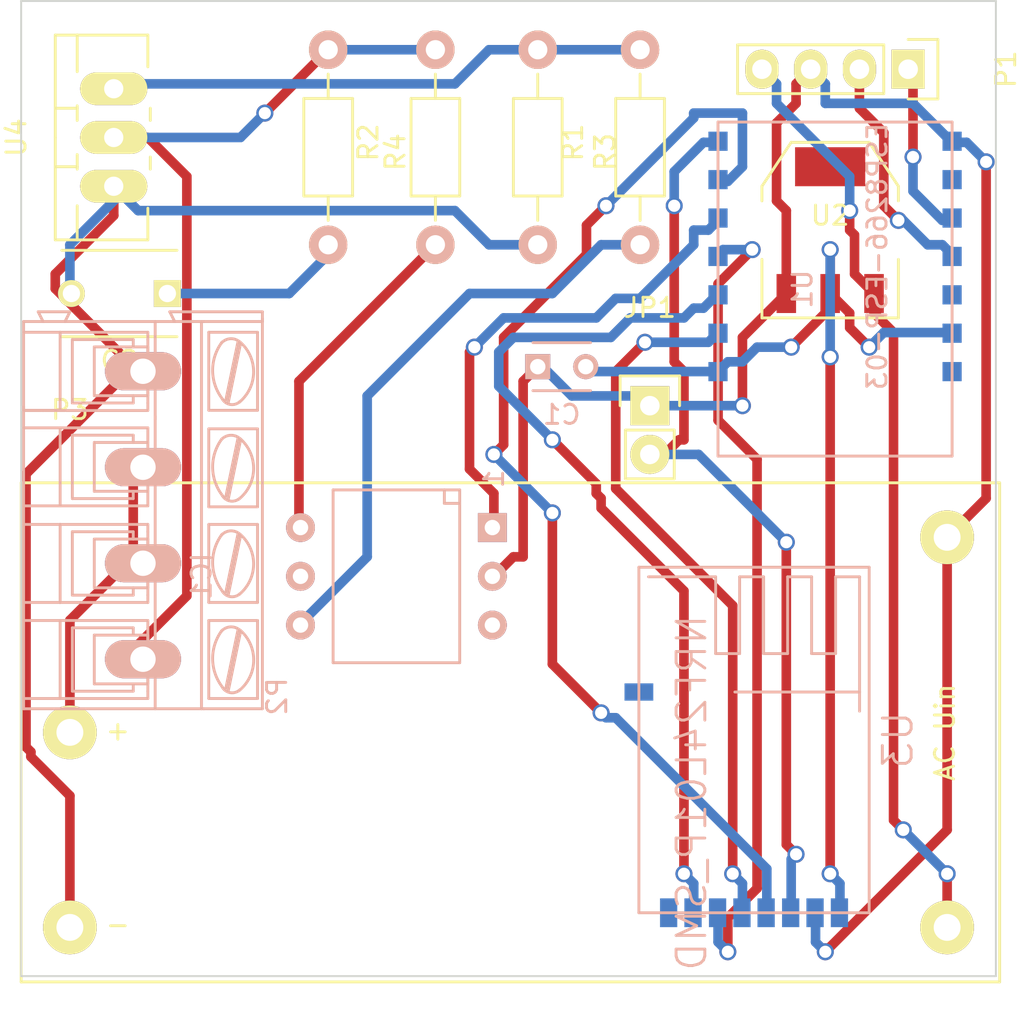
<source format=kicad_pcb>
(kicad_pcb (version 4) (host pcbnew "(2015-10-22 BZR 6274, Git d63c017)-product")

  (general
    (links 36)
    (no_connects 0)
    (area 160.02 116.84 215.9 172.72)
    (thickness 1.6)
    (drawings 5)
    (tracks 257)
    (zones 0)
    (modules 15)
    (nets 23)
  )

  (page A3)
  (layers
    (0 F.Cu mixed)
    (31 B.Cu mixed)
    (32 B.Adhes user)
    (33 F.Adhes user)
    (34 B.Paste user)
    (35 F.Paste user)
    (36 B.SilkS user)
    (37 F.SilkS user)
    (38 B.Mask user)
    (39 F.Mask user)
    (40 Dwgs.User user)
    (41 Cmts.User user)
    (42 Eco1.User user)
    (43 Eco2.User user)
    (44 Edge.Cuts user)
  )

  (setup
    (last_trace_width 0.5)
    (trace_clearance 0.5)
    (zone_clearance 0.508)
    (zone_45_only no)
    (trace_min 0.254)
    (segment_width 0.2)
    (edge_width 0.1)
    (via_size 0.889)
    (via_drill 0.635)
    (via_min_size 0.889)
    (via_min_drill 0.508)
    (uvia_size 0.508)
    (uvia_drill 0.127)
    (uvias_allowed no)
    (uvia_min_size 0.508)
    (uvia_min_drill 0.127)
    (pcb_text_width 0.3)
    (pcb_text_size 1.5 1.5)
    (mod_edge_width 0.15)
    (mod_text_size 1 1)
    (mod_text_width 0.15)
    (pad_size 1.5 1.5)
    (pad_drill 0.8)
    (pad_to_mask_clearance 0)
    (aux_axis_origin 163.83 168.91)
    (grid_origin 163.83 168.91)
    (visible_elements 7FFFFFFF)
    (pcbplotparams
      (layerselection 0x00030_80000001)
      (usegerberextensions true)
      (excludeedgelayer true)
      (linewidth 0.150000)
      (plotframeref false)
      (viasonmask false)
      (mode 1)
      (useauxorigin false)
      (hpglpennumber 1)
      (hpglpenspeed 20)
      (hpglpendiameter 15)
      (hpglpenoverlay 2)
      (psnegative false)
      (psa4output false)
      (plotreference true)
      (plotvalue true)
      (plotinvisibletext false)
      (padsonsilk false)
      (subtractmaskfromsilk false)
      (outputformat 1)
      (mirror false)
      (drillshape 0)
      (scaleselection 1)
      (outputdirectory GRB/))
  )

  (net 0 "")
  (net 1 GND)
  (net 2 "Net-(C1-Pad2)")
  (net 3 "Net-(C2-Pad1)")
  (net 4 "Net-(C2-Pad2)")
  (net 5 "Net-(IC1-Pad1)")
  (net 6 "Net-(IC1-Pad4)")
  (net 7 "Net-(IC1-Pad6)")
  (net 8 "Net-(JP1-Pad2)")
  (net 9 "Net-(P1-Pad1)")
  (net 10 "Net-(P1-Pad2)")
  (net 11 VCC)
  (net 12 "Net-(P2-Pad1)")
  (net 13 "Net-(P2-Pad2)")
  (net 14 "Net-(R1-Pad2)")
  (net 15 "Net-(U1-Pad13)")
  (net 16 "Net-(U1-Pad11)")
  (net 17 "Net-(U1-Pad10)")
  (net 18 "Net-(U1-Pad9)")
  (net 19 "Net-(U1-Pad5)")
  (net 20 "Net-(U1-Pad7)")
  (net 21 "Net-(U3-Pad8)")
  (net 22 "Net-(U3-Pad9)")

  (net_class Default "Это класс цепей по умолчанию."
    (clearance 0.5)
    (trace_width 0.5)
    (via_dia 0.889)
    (via_drill 0.635)
    (uvia_dia 0.508)
    (uvia_drill 0.127)
    (add_net GND)
    (add_net "Net-(C1-Pad2)")
    (add_net "Net-(C2-Pad1)")
    (add_net "Net-(C2-Pad2)")
    (add_net "Net-(IC1-Pad1)")
    (add_net "Net-(IC1-Pad4)")
    (add_net "Net-(IC1-Pad6)")
    (add_net "Net-(JP1-Pad2)")
    (add_net "Net-(P1-Pad1)")
    (add_net "Net-(P1-Pad2)")
    (add_net "Net-(P2-Pad1)")
    (add_net "Net-(P2-Pad2)")
    (add_net "Net-(R1-Pad2)")
    (add_net "Net-(U1-Pad10)")
    (add_net "Net-(U1-Pad11)")
    (add_net "Net-(U1-Pad13)")
    (add_net "Net-(U1-Pad5)")
    (add_net "Net-(U1-Pad7)")
    (add_net "Net-(U1-Pad9)")
    (add_net "Net-(U3-Pad8)")
    (add_net "Net-(U3-Pad9)")
    (add_net VCC)
  )

  (net_class Tolsto ""
    (clearance 0.5)
    (trace_width 1)
    (via_dia 0.889)
    (via_drill 0.635)
    (uvia_dia 0.508)
    (uvia_drill 0.127)
  )

  (net_class Tonko ""
    (clearance 0.26)
    (trace_width 0.26)
    (via_dia 0.889)
    (via_drill 0.635)
    (uvia_dia 0.508)
    (uvia_drill 0.127)
  )

  (module Capacitors_ThroughHole:C_Disc_D3_P2.5 placed (layer B.Cu) (tedit 0) (tstamp 562126BD)
    (at 190.754 137.16)
    (descr "Capacitor 3mm Disc, Pitch 2.5mm")
    (tags Capacitor)
    (path /561FAE0D)
    (fp_text reference C1 (at 1.25 2.5) (layer B.SilkS)
      (effects (font (size 1 1) (thickness 0.15)) (justify mirror))
    )
    (fp_text value 0.01 (at 1.25 -2.5) (layer B.Fab)
      (effects (font (size 1 1) (thickness 0.15)) (justify mirror))
    )
    (fp_line (start -0.9 1.5) (end 3.4 1.5) (layer B.CrtYd) (width 0.05))
    (fp_line (start 3.4 1.5) (end 3.4 -1.5) (layer B.CrtYd) (width 0.05))
    (fp_line (start 3.4 -1.5) (end -0.9 -1.5) (layer B.CrtYd) (width 0.05))
    (fp_line (start -0.9 -1.5) (end -0.9 1.5) (layer B.CrtYd) (width 0.05))
    (fp_line (start -0.25 1.25) (end 2.75 1.25) (layer B.SilkS) (width 0.15))
    (fp_line (start 2.75 -1.25) (end -0.25 -1.25) (layer B.SilkS) (width 0.15))
    (pad 1 thru_hole rect (at 0 0) (size 1.3 1.3) (drill 0.8) (layers *.Cu *.Mask B.SilkS)
      (net 1 GND))
    (pad 2 thru_hole circle (at 2.5 0) (size 1.3 1.3) (drill 0.8001) (layers *.Cu *.Mask B.SilkS)
      (net 2 "Net-(C1-Pad2)"))
    (model Capacitors_ThroughHole.3dshapes/C_Disc_D3_P2.5.wrl
      (at (xyz 0.0492126 0 0))
      (scale (xyz 1 1 1))
      (rotate (xyz 0 0 0))
    )
  )

  (module Capacitors_ThroughHole:C_Disc_D6_P5 placed (layer F.Cu) (tedit 0) (tstamp 562126C3)
    (at 171.45 133.35 180)
    (descr "Capacitor 6mm Disc, Pitch 5mm")
    (tags Capacitor)
    (path /561FB309)
    (fp_text reference C2 (at 2.5 -3.5 180) (layer F.SilkS)
      (effects (font (size 1 1) (thickness 0.15)))
    )
    (fp_text value 10n (at 2.5 3.5 180) (layer F.Fab)
      (effects (font (size 1 1) (thickness 0.15)))
    )
    (fp_line (start -0.95 -2.5) (end 5.95 -2.5) (layer F.CrtYd) (width 0.05))
    (fp_line (start 5.95 -2.5) (end 5.95 2.5) (layer F.CrtYd) (width 0.05))
    (fp_line (start 5.95 2.5) (end -0.95 2.5) (layer F.CrtYd) (width 0.05))
    (fp_line (start -0.95 2.5) (end -0.95 -2.5) (layer F.CrtYd) (width 0.05))
    (fp_line (start -0.5 -2.25) (end 5.5 -2.25) (layer F.SilkS) (width 0.15))
    (fp_line (start 5.5 2.25) (end -0.5 2.25) (layer F.SilkS) (width 0.15))
    (pad 1 thru_hole rect (at 0 0 180) (size 1.4 1.4) (drill 0.9) (layers *.Cu *.Mask F.SilkS)
      (net 3 "Net-(C2-Pad1)"))
    (pad 2 thru_hole circle (at 5 0 180) (size 1.4 1.4) (drill 0.9) (layers *.Cu *.Mask F.SilkS)
      (net 4 "Net-(C2-Pad2)"))
    (model Capacitors_ThroughHole.3dshapes/C_Disc_D6_P5.wrl
      (at (xyz 0.0984252 0 0))
      (scale (xyz 1 1 1))
      (rotate (xyz 0 0 0))
    )
  )

  (module Opto-Devices:Optocoupler_6pin_wide_Stile-II placed (layer B.Cu) (tedit 0) (tstamp 562126CD)
    (at 183.388 148.082 270)
    (descr "Optocoupler, 6pin,  wide (10mm pin, 8mm Pad), like CNY17")
    (tags "Optocoupler 6pin 10mm 8mm CNY17")
    (path /561FB3DC)
    (fp_text reference IC1 (at 0 10.16 270) (layer B.SilkS)
      (effects (font (size 1 1) (thickness 0.15)) (justify mirror))
    )
    (fp_text value MOC3061M (at 0 -10.16 270) (layer B.Fab)
      (effects (font (size 1 1) (thickness 0.15)) (justify mirror))
    )
    (fp_text user 1 (at -5.08 -5.08 270) (layer B.SilkS)
      (effects (font (size 1 1) (thickness 0.15)) (justify mirror))
    )
    (fp_line (start -4.50088 -2.49936) (end -3.79984 -2.49936) (layer B.SilkS) (width 0.15))
    (fp_line (start -3.79984 -2.49936) (end -3.79984 -3.2004) (layer B.SilkS) (width 0.15))
    (fp_line (start -4.50088 3.29946) (end 4.50088 3.29946) (layer B.SilkS) (width 0.15))
    (fp_line (start 4.50088 3.29946) (end 4.50088 -3.29946) (layer B.SilkS) (width 0.15))
    (fp_line (start 4.50088 -3.29946) (end -4.50088 -3.29946) (layer B.SilkS) (width 0.15))
    (fp_line (start -4.50088 -3.29946) (end -4.50088 3.29946) (layer B.SilkS) (width 0.15))
    (pad 1 thru_hole rect (at -2.54 -5.00126 270) (size 1.50114 1.50114) (drill 0.8001) (layers *.Cu *.Mask B.SilkS)
      (net 5 "Net-(IC1-Pad1)"))
    (pad 2 thru_hole circle (at 0 -5.00126 270) (size 1.50114 1.50114) (drill 0.8001) (layers *.Cu *.Mask B.SilkS)
      (net 1 GND))
    (pad 3 thru_hole circle (at 2.54 -5.00126 270) (size 1.50114 1.50114) (drill 0.8001) (layers *.Cu *.Mask B.SilkS))
    (pad 4 thru_hole circle (at 2.54 4.99872 270) (size 1.50114 1.50114) (drill 0.8001) (layers *.Cu *.Mask B.SilkS)
      (net 6 "Net-(IC1-Pad4)"))
    (pad 5 thru_hole circle (at 0 4.99872 270) (size 1.50114 1.50114) (drill 0.8001) (layers *.Cu *.Mask B.SilkS))
    (pad 6 thru_hole circle (at -2.54 4.99872 270) (size 1.50114 1.50114) (drill 0.8001) (layers *.Cu *.Mask B.SilkS)
      (net 7 "Net-(IC1-Pad6)"))
  )

  (module Pin_Headers:Pin_Header_Straight_1x04 placed (layer F.Cu) (tedit 0) (tstamp 562126DB)
    (at 210.058 121.666 270)
    (descr "Through hole pin header")
    (tags "pin header")
    (path /561FC51C)
    (fp_text reference P1 (at 0 -5.1 270) (layer F.SilkS)
      (effects (font (size 1 1) (thickness 0.15)))
    )
    (fp_text value CONN_4 (at 0 -3.1 270) (layer F.Fab)
      (effects (font (size 1 1) (thickness 0.15)))
    )
    (fp_line (start -1.75 -1.75) (end -1.75 9.4) (layer F.CrtYd) (width 0.05))
    (fp_line (start 1.75 -1.75) (end 1.75 9.4) (layer F.CrtYd) (width 0.05))
    (fp_line (start -1.75 -1.75) (end 1.75 -1.75) (layer F.CrtYd) (width 0.05))
    (fp_line (start -1.75 9.4) (end 1.75 9.4) (layer F.CrtYd) (width 0.05))
    (fp_line (start -1.27 1.27) (end -1.27 8.89) (layer F.SilkS) (width 0.15))
    (fp_line (start 1.27 1.27) (end 1.27 8.89) (layer F.SilkS) (width 0.15))
    (fp_line (start 1.55 -1.55) (end 1.55 0) (layer F.SilkS) (width 0.15))
    (fp_line (start -1.27 8.89) (end 1.27 8.89) (layer F.SilkS) (width 0.15))
    (fp_line (start 1.27 1.27) (end -1.27 1.27) (layer F.SilkS) (width 0.15))
    (fp_line (start -1.55 0) (end -1.55 -1.55) (layer F.SilkS) (width 0.15))
    (fp_line (start -1.55 -1.55) (end 1.55 -1.55) (layer F.SilkS) (width 0.15))
    (pad 1 thru_hole rect (at 0 0 270) (size 2.032 1.7272) (drill 1.016) (layers *.Cu *.Mask F.SilkS)
      (net 9 "Net-(P1-Pad1)"))
    (pad 2 thru_hole oval (at 0 2.54 270) (size 2.032 1.7272) (drill 1.016) (layers *.Cu *.Mask F.SilkS)
      (net 10 "Net-(P1-Pad2)"))
    (pad 3 thru_hole oval (at 0 5.08 270) (size 2.032 1.7272) (drill 1.016) (layers *.Cu *.Mask F.SilkS)
      (net 1 GND))
    (pad 4 thru_hole oval (at 0 7.62 270) (size 2.032 1.7272) (drill 1.016) (layers *.Cu *.Mask F.SilkS)
      (net 11 VCC))
    (model Pin_Headers.3dshapes/Pin_Header_Straight_1x04.wrl
      (at (xyz 0 -0.15 0))
      (scale (xyz 1 1 1))
      (rotate (xyz 0 0 90))
    )
  )

  (module Connect:AK300-4 (layer B.Cu) (tedit 54791E04) (tstamp 562126E3)
    (at 170.18 152.4 90)
    (descr CONNECTOR)
    (tags CONNECTOR)
    (path /561FB96F)
    (attr virtual)
    (fp_text reference P2 (at -1.945 6.985 90) (layer B.SilkS)
      (effects (font (size 1 1) (thickness 0.15)) (justify mirror))
    )
    (fp_text value CONN_4 (at 2.754 -7.747 90) (layer B.Fab)
      (effects (font (size 1 1) (thickness 0.15)) (justify mirror))
    )
    (fp_line (start 18.35 6.473) (end 18.35 -6.473) (layer B.CrtYd) (width 0.05))
    (fp_line (start -2.83 6.473) (end -2.83 -6.473) (layer B.CrtYd) (width 0.05))
    (fp_line (start -2.83 -6.473) (end 18.35 -6.473) (layer B.CrtYd) (width 0.05))
    (fp_line (start -2.83 6.473) (end 18.35 6.473) (layer B.CrtYd) (width 0.05))
    (fp_line (start 8.75 0.254) (end 8.75 -2.54) (layer B.SilkS) (width 0.15))
    (fp_line (start 8.75 -2.54) (end 11.29 -2.54) (layer B.SilkS) (width 0.15))
    (fp_line (start 11.29 -2.54) (end 11.29 0.254) (layer B.SilkS) (width 0.15))
    (fp_line (start 7.9372 3.429) (end 7.9372 5.969) (layer B.SilkS) (width 0.15))
    (fp_line (start 7.9372 5.969) (end 12.0012 5.969) (layer B.SilkS) (width 0.15))
    (fp_line (start 12.0012 5.969) (end 12.0012 3.429) (layer B.SilkS) (width 0.15))
    (fp_line (start 12.0012 3.429) (end 7.9372 3.429) (layer B.SilkS) (width 0.15))
    (fp_line (start 8.3436 4.445) (end 11.3916 5.08) (layer B.SilkS) (width 0.15))
    (fp_line (start 8.4706 4.318) (end 11.5186 4.953) (layer B.SilkS) (width 0.15))
    (fp_arc (start 10.9852 4.59486) (end 11.49066 5.05206) (angle -90.5) (layer B.SilkS) (width 0.15))
    (fp_arc (start 10.02 6.0706) (end 11.48304 4.11734) (angle -75.5) (layer B.SilkS) (width 0.15))
    (fp_arc (start 9.94126 3.7084) (end 8.3436 5.0038) (angle -100) (layer B.SilkS) (width 0.15))
    (fp_arc (start 8.8262 4.64566) (end 8.53664 4.1275) (angle -104.2) (layer B.SilkS) (width 0.15))
    (fp_line (start 7.988 -4.318) (end 12.052 -4.318) (layer B.SilkS) (width 0.15))
    (fp_line (start 12.052 -6.223) (end 12.052 0.254) (layer B.SilkS) (width 0.15))
    (fp_line (start 8.369 -0.508) (end 8.75 -0.508) (layer B.SilkS) (width 0.15))
    (fp_line (start 8.369 -0.508) (end 8.369 -3.683) (layer B.SilkS) (width 0.15))
    (fp_line (start 8.369 -3.683) (end 11.671 -3.683) (layer B.SilkS) (width 0.15))
    (fp_line (start 11.671 -3.683) (end 11.671 -0.508) (layer B.SilkS) (width 0.15))
    (fp_line (start 11.671 -0.508) (end 11.29 -0.508) (layer B.SilkS) (width 0.15))
    (fp_line (start 12.51 0.635) (end 17.59 0.635) (layer B.SilkS) (width 0.15))
    (fp_line (start 7.988 -6.223) (end 7.988 0.254) (layer B.SilkS) (width 0.15))
    (fp_line (start 7.988 0.254) (end 12.052 0.254) (layer B.SilkS) (width 0.15))
    (fp_line (start 16.955 -6.223) (end 13.018 -6.223) (layer B.SilkS) (width 0.15))
    (fp_line (start 13.168 -6.223) (end 7.072 -6.223) (layer B.SilkS) (width 0.15))
    (fp_line (start 17.59 3.048) (end -2.58 3.048) (layer B.SilkS) (width 0.15))
    (fp_line (start 17.74 6.223) (end -2.58 6.223) (layer B.SilkS) (width 0.15))
    (fp_line (start 12.66 0.635) (end -2.5165 0.635) (layer B.SilkS) (width 0.15))
    (fp_line (start 12.9545 -4.0005) (end 12.9545 0.254) (layer B.SilkS) (width 0.15))
    (fp_arc (start 13.8562 4.64566) (end 13.56664 4.1275) (angle -104.2) (layer B.SilkS) (width 0.15))
    (fp_arc (start 14.97126 3.7084) (end 13.3736 5.0038) (angle -100) (layer B.SilkS) (width 0.15))
    (fp_arc (start 15.05 6.0706) (end 16.51304 4.11734) (angle -75.5) (layer B.SilkS) (width 0.15))
    (fp_arc (start 16.0152 4.59486) (end 16.52066 5.05206) (angle -90.5) (layer B.SilkS) (width 0.15))
    (fp_line (start 13.3482 0.254) (end 16.6502 0.254) (layer B.SilkS) (width 0.15))
    (fp_line (start 12.9672 0.254) (end 13.3482 0.254) (layer B.SilkS) (width 0.15))
    (fp_line (start 17.0312 0.254) (end 16.6502 0.254) (layer B.SilkS) (width 0.15))
    (fp_line (start 13.5006 4.318) (end 16.5486 4.953) (layer B.SilkS) (width 0.15))
    (fp_line (start 13.3736 4.445) (end 16.4216 5.08) (layer B.SilkS) (width 0.15))
    (fp_line (start 17.0312 3.429) (end 12.9672 3.429) (layer B.SilkS) (width 0.15))
    (fp_line (start 17.0312 5.969) (end 17.0312 3.429) (layer B.SilkS) (width 0.15))
    (fp_line (start 12.9672 5.969) (end 17.0312 5.969) (layer B.SilkS) (width 0.15))
    (fp_line (start 12.9672 3.429) (end 12.9672 5.969) (layer B.SilkS) (width 0.15))
    (fp_line (start 17.59 3.175) (end 17.59 1.651) (layer B.SilkS) (width 0.15))
    (fp_line (start 17.59 0.635) (end 17.59 -4.064) (layer B.SilkS) (width 0.15))
    (fp_line (start 17.59 1.651) (end 17.59 0.635) (layer B.SilkS) (width 0.15))
    (fp_line (start 16.6502 -0.508) (end 16.2692 -0.508) (layer B.SilkS) (width 0.15))
    (fp_line (start 13.3482 -0.508) (end 13.7292 -0.508) (layer B.SilkS) (width 0.15))
    (fp_line (start 13.3482 -3.683) (end 13.3482 -0.508) (layer B.SilkS) (width 0.15))
    (fp_line (start 16.6502 -3.683) (end 13.3482 -3.683) (layer B.SilkS) (width 0.15))
    (fp_line (start 16.6502 -3.683) (end 16.6502 -0.508) (layer B.SilkS) (width 0.15))
    (fp_line (start 17.0312 -4.318) (end 17.0312 -6.223) (layer B.SilkS) (width 0.15))
    (fp_line (start 12.9672 -4.318) (end 17.0312 -4.318) (layer B.SilkS) (width 0.15))
    (fp_line (start 17.0312 -6.223) (end 17.59 -6.223) (layer B.SilkS) (width 0.15))
    (fp_line (start 17.0312 0.254) (end 17.0312 -4.318) (layer B.SilkS) (width 0.15))
    (fp_line (start 12.9672 -6.223) (end 12.9672 -4.318) (layer B.SilkS) (width 0.15))
    (fp_line (start 18.098 -3.81) (end 18.098 -5.461) (layer B.SilkS) (width 0.15))
    (fp_line (start 17.59 -4.064) (end 17.59 -5.207) (layer B.SilkS) (width 0.15))
    (fp_line (start 18.098 -3.81) (end 17.59 -4.064) (layer B.SilkS) (width 0.15))
    (fp_line (start 17.59 -5.207) (end 17.59 -6.223) (layer B.SilkS) (width 0.15))
    (fp_line (start 18.098 -5.461) (end 17.59 -5.207) (layer B.SilkS) (width 0.15))
    (fp_line (start 18.098 1.397) (end 17.59 1.651) (layer B.SilkS) (width 0.15))
    (fp_line (start 18.098 6.223) (end 18.098 1.397) (layer B.SilkS) (width 0.15))
    (fp_line (start 17.59 6.223) (end 18.098 6.223) (layer B.SilkS) (width 0.15))
    (fp_line (start 17.59 6.223) (end 17.59 3.175) (layer B.SilkS) (width 0.15))
    (fp_line (start 13.7292 -2.54) (end 13.7292 0.254) (layer B.SilkS) (width 0.15))
    (fp_line (start 13.7292 0.254) (end 16.2692 0.254) (layer B.SilkS) (width 0.15))
    (fp_line (start 16.2692 -2.54) (end 16.2692 0.254) (layer B.SilkS) (width 0.15))
    (fp_line (start 13.7292 -2.54) (end 16.2692 -2.54) (layer B.SilkS) (width 0.15))
    (fp_line (start -1.2846 -2.54) (end 1.2554 -2.54) (layer B.SilkS) (width 0.15))
    (fp_line (start 1.2554 -2.54) (end 1.2554 0.254) (layer B.SilkS) (width 0.15))
    (fp_line (start -1.2846 0.254) (end 1.2554 0.254) (layer B.SilkS) (width 0.15))
    (fp_line (start -1.2846 -2.54) (end -1.2846 0.254) (layer B.SilkS) (width 0.15))
    (fp_line (start 3.7192 -2.54) (end 6.2592 -2.54) (layer B.SilkS) (width 0.15))
    (fp_line (start 6.2592 -2.54) (end 6.2592 0.254) (layer B.SilkS) (width 0.15))
    (fp_line (start 3.7192 0.254) (end 6.2592 0.254) (layer B.SilkS) (width 0.15))
    (fp_line (start 3.7192 -2.54) (end 3.7192 0.254) (layer B.SilkS) (width 0.15))
    (fp_line (start 12.9545 -5.207) (end 12.9545 -6.223) (layer B.SilkS) (width 0.15))
    (fp_line (start 12.9545 -4.064) (end 12.9545 -5.207) (layer B.SilkS) (width 0.15))
    (fp_line (start 2.9572 -6.223) (end 2.9572 -4.318) (layer B.SilkS) (width 0.15))
    (fp_line (start 7.0212 0.254) (end 7.0212 -4.318) (layer B.SilkS) (width 0.15))
    (fp_line (start 2.9572 -6.223) (end 7.0212 -6.223) (layer B.SilkS) (width 0.15))
    (fp_line (start 2.0174 -6.223) (end 2.0174 -4.318) (layer B.SilkS) (width 0.15))
    (fp_line (start 2.0174 -6.223) (end 2.9572 -6.223) (layer B.SilkS) (width 0.15))
    (fp_line (start -2.0466 0.254) (end -2.0466 -4.318) (layer B.SilkS) (width 0.15))
    (fp_line (start -2.58 -6.223) (end -2.0466 -6.223) (layer B.SilkS) (width 0.15))
    (fp_line (start -2.0466 -6.223) (end 2.0174 -6.223) (layer B.SilkS) (width 0.15))
    (fp_line (start 2.9572 -4.318) (end 7.0212 -4.318) (layer B.SilkS) (width 0.15))
    (fp_line (start 2.9572 -4.318) (end 2.9572 0.254) (layer B.SilkS) (width 0.15))
    (fp_line (start 7.0212 -4.318) (end 7.0212 -6.223) (layer B.SilkS) (width 0.15))
    (fp_line (start 2.0174 -4.318) (end -2.0466 -4.318) (layer B.SilkS) (width 0.15))
    (fp_line (start 2.0174 -4.318) (end 2.0174 0.254) (layer B.SilkS) (width 0.15))
    (fp_line (start -2.0466 -4.318) (end -2.0466 -6.223) (layer B.SilkS) (width 0.15))
    (fp_line (start 6.6402 -3.683) (end 6.6402 -0.508) (layer B.SilkS) (width 0.15))
    (fp_line (start 6.6402 -3.683) (end 3.3382 -3.683) (layer B.SilkS) (width 0.15))
    (fp_line (start 3.3382 -3.683) (end 3.3382 -0.508) (layer B.SilkS) (width 0.15))
    (fp_line (start 1.6364 -3.683) (end 1.6364 -0.508) (layer B.SilkS) (width 0.15))
    (fp_line (start 1.6364 -3.683) (end -1.6656 -3.683) (layer B.SilkS) (width 0.15))
    (fp_line (start -1.6656 -3.683) (end -1.6656 -0.508) (layer B.SilkS) (width 0.15))
    (fp_line (start -1.6656 -0.508) (end -1.2846 -0.508) (layer B.SilkS) (width 0.15))
    (fp_line (start 1.6364 -0.508) (end 1.2554 -0.508) (layer B.SilkS) (width 0.15))
    (fp_line (start 3.3382 -0.508) (end 3.7192 -0.508) (layer B.SilkS) (width 0.15))
    (fp_line (start 6.6402 -0.508) (end 6.2592 -0.508) (layer B.SilkS) (width 0.15))
    (fp_line (start -2.58 -6.223) (end -2.58 0.635) (layer B.SilkS) (width 0.15))
    (fp_line (start -2.58 0.635) (end -2.58 3.175) (layer B.SilkS) (width 0.15))
    (fp_line (start -2.58 3.175) (end -2.58 6.223) (layer B.SilkS) (width 0.15))
    (fp_line (start 2.9572 3.429) (end 2.9572 5.969) (layer B.SilkS) (width 0.15))
    (fp_line (start 2.9572 5.969) (end 7.0212 5.969) (layer B.SilkS) (width 0.15))
    (fp_line (start 7.0212 5.969) (end 7.0212 3.429) (layer B.SilkS) (width 0.15))
    (fp_line (start 7.0212 3.429) (end 2.9572 3.429) (layer B.SilkS) (width 0.15))
    (fp_line (start 2.0174 3.429) (end 2.0174 5.969) (layer B.SilkS) (width 0.15))
    (fp_line (start 2.0174 3.429) (end -2.0466 3.429) (layer B.SilkS) (width 0.15))
    (fp_line (start -2.0466 3.429) (end -2.0466 5.969) (layer B.SilkS) (width 0.15))
    (fp_line (start 2.0174 5.969) (end -2.0466 5.969) (layer B.SilkS) (width 0.15))
    (fp_line (start 3.3636 4.445) (end 6.4116 5.08) (layer B.SilkS) (width 0.15))
    (fp_line (start 3.4906 4.318) (end 6.5386 4.953) (layer B.SilkS) (width 0.15))
    (fp_line (start -1.6402 4.445) (end 1.41034 5.08) (layer B.SilkS) (width 0.15))
    (fp_line (start -1.5132 4.318) (end 1.5348 4.953) (layer B.SilkS) (width 0.15))
    (fp_line (start -2.0466 0.254) (end -1.6656 0.254) (layer B.SilkS) (width 0.15))
    (fp_line (start 2.0174 0.254) (end 1.6364 0.254) (layer B.SilkS) (width 0.15))
    (fp_line (start 1.6364 0.254) (end -1.6656 0.254) (layer B.SilkS) (width 0.15))
    (fp_line (start 7.0212 0.254) (end 6.6402 0.254) (layer B.SilkS) (width 0.15))
    (fp_line (start 2.9572 0.254) (end 3.3382 0.254) (layer B.SilkS) (width 0.15))
    (fp_line (start 3.3382 0.254) (end 6.6402 0.254) (layer B.SilkS) (width 0.15))
    (fp_arc (start 6.0052 4.59486) (end 6.51066 5.05206) (angle -90.5) (layer B.SilkS) (width 0.15))
    (fp_arc (start 5.04 6.0706) (end 6.50304 4.11734) (angle -75.5) (layer B.SilkS) (width 0.15))
    (fp_arc (start 4.96126 3.7084) (end 3.3636 5.0038) (angle -100) (layer B.SilkS) (width 0.15))
    (fp_arc (start 3.8462 4.64566) (end 3.55664 4.1275) (angle -104.2) (layer B.SilkS) (width 0.15))
    (fp_arc (start 1.0014 4.59486) (end 1.5094 5.05206) (angle -90.5) (layer B.SilkS) (width 0.15))
    (fp_arc (start 0.03874 6.0706) (end 1.50178 4.11734) (angle -75.5) (layer B.SilkS) (width 0.15))
    (fp_arc (start -0.03746 3.7084) (end -1.6402 5.0038) (angle -100) (layer B.SilkS) (width 0.15))
    (fp_arc (start -1.1576 4.64566) (end -1.44462 4.1275) (angle -104.2) (layer B.SilkS) (width 0.15))
    (pad 1 thru_hole oval (at 0 0 90) (size 1.9812 3.9624) (drill 1.3208) (layers *.Cu B.Paste B.SilkS B.Mask)
      (net 12 "Net-(P2-Pad1)"))
    (pad 2 thru_hole oval (at 5 0 90) (size 1.9812 3.9624) (drill 1.3208) (layers *.Cu B.Paste B.SilkS B.Mask)
      (net 13 "Net-(P2-Pad2)"))
    (pad 4 thru_hole oval (at 15 0 90) (size 1.9812 3.9624) (drill 1.3208) (layers *.Cu B.Paste B.SilkS B.Mask)
      (net 4 "Net-(C2-Pad2)"))
    (pad 3 thru_hole oval (at 10 0 90) (size 1.9812 3.9624) (drill 1.3208) (layers *.Cu *.Mask B.SilkS)
      (net 13 "Net-(P2-Pad2)"))
  )

  (module myelin-kicad:ESP8266-ESP-03 placed (layer B.Cu) (tedit 54BF7D41) (tstamp 5621270D)
    (at 206.248 131.318)
    (descr "ESP8266 ESP-03 wifi module -- Phillip Pearson")
    (path /561FA8B5)
    (fp_text reference U1 (at -1.7 1.8 270) (layer B.SilkS)
      (effects (font (size 1 1) (thickness 0.15)) (justify mirror))
    )
    (fp_text value ESP8266-ESP-03 (at 2.2 0.1 270) (layer B.SilkS)
      (effects (font (size 1 1) (thickness 0.15)) (justify mirror))
    )
    (fp_line (start -6.1 -6.9) (end -6.1 10.5) (layer B.SilkS) (width 0.15))
    (fp_line (start -6.1 10.5) (end 6.1 10.5) (layer B.SilkS) (width 0.15))
    (fp_line (start 6.1 10.5) (end 6.1 -6.9) (layer B.SilkS) (width 0.15))
    (fp_line (start 6.1 -6.9) (end -6.1 -6.9) (layer B.SilkS) (width 0.15))
    (pad 14 smd rect (at -6.1 -5.9) (size 1 1) (layers B.Cu B.Paste B.Mask)
      (net 8 "Net-(JP1-Pad2)"))
    (pad 13 smd rect (at -6.1 -3.9) (size 1 1) (layers B.Cu B.Paste B.Mask)
      (net 15 "Net-(U1-Pad13)"))
    (pad 12 smd rect (at -6.1 -1.9) (size 1 1) (layers B.Cu B.Paste B.Mask)
      (net 5 "Net-(IC1-Pad1)"))
    (pad 11 smd rect (at -6.1 0.1) (size 1 1) (layers B.Cu B.Paste B.Mask)
      (net 16 "Net-(U1-Pad11)"))
    (pad 10 smd rect (at -6.1 2.1) (size 1 1) (layers B.Cu B.Paste B.Mask)
      (net 17 "Net-(U1-Pad10)"))
    (pad 9 smd rect (at -6.1 4.1) (size 1 1) (layers B.Cu B.Paste B.Mask)
      (net 18 "Net-(U1-Pad9)"))
    (pad 8 smd rect (at -6.1 6.1) (size 1 1) (layers B.Cu B.Paste B.Mask)
      (net 2 "Net-(C1-Pad2)"))
    (pad 1 smd rect (at 6.1 -5.9) (size 1 1) (layers B.Cu B.Paste B.Mask)
      (net 1 GND))
    (pad 2 smd rect (at 6.1 -3.9) (size 1 1) (layers B.Cu B.Paste B.Mask))
    (pad 3 smd rect (at 6.1 -1.9) (size 1 1) (layers B.Cu B.Paste B.Mask)
      (net 9 "Net-(P1-Pad1)"))
    (pad 4 smd rect (at 6.1 0.1) (size 1 1) (layers B.Cu B.Paste B.Mask)
      (net 10 "Net-(P1-Pad2)"))
    (pad 5 smd rect (at 6.1 2.1) (size 1 1) (layers B.Cu B.Paste B.Mask)
      (net 19 "Net-(U1-Pad5)"))
    (pad 6 smd rect (at 6.1 4.1) (size 1 1) (layers B.Cu B.Paste B.Mask)
      (net 2 "Net-(C1-Pad2)"))
    (pad 7 smd rect (at 6.1 6.1) (size 1 1) (layers B.Cu B.Paste B.Mask)
      (net 20 "Net-(U1-Pad7)"))
  )

  (module myelin-kicad:NRF24L01P_SMD placed (layer B.Cu) (tedit 55372F53) (tstamp 56212721)
    (at 208.026 165.608 90)
    (path /561FA8CC)
    (fp_text reference U3 (at 9 1.5 270) (layer B.SilkS)
      (effects (font (size 1.5 1.5) (thickness 0.15)) (justify mirror))
    )
    (fp_text value NRF24L01P_SMD (at 6.25 -9.25 90) (layer B.SilkS)
      (effects (font (size 1.5 1.5) (thickness 0.15)) (justify mirror))
    )
    (fp_line (start 17.5 -0.5) (end 17.5 -1.75) (layer B.SilkS) (width 0.15))
    (fp_line (start 17.5 -1.75) (end 13.5 -1.75) (layer B.SilkS) (width 0.15))
    (fp_line (start 13.5 -1.75) (end 13.5 -3) (layer B.SilkS) (width 0.15))
    (fp_line (start 13.5 -3) (end 17.5 -3) (layer B.SilkS) (width 0.15))
    (fp_line (start 17.5 -3) (end 17.5 -4.25) (layer B.SilkS) (width 0.15))
    (fp_line (start 17.5 -4.25) (end 13.5 -4.25) (layer B.SilkS) (width 0.15))
    (fp_line (start 13.5 -4.25) (end 13.5 -5.5) (layer B.SilkS) (width 0.15))
    (fp_line (start 13.5 -5.5) (end 17.5 -5.5) (layer B.SilkS) (width 0.15))
    (fp_line (start 17.5 -5.5) (end 17.5 -6.75) (layer B.SilkS) (width 0.15))
    (fp_line (start 17.5 -6.75) (end 13.5 -6.75) (layer B.SilkS) (width 0.15))
    (fp_line (start 13.5 -6.75) (end 13.5 -8) (layer B.SilkS) (width 0.15))
    (fp_line (start 13.5 -8) (end 17.5 -8) (layer B.SilkS) (width 0.15))
    (fp_line (start 17.5 -8) (end 17.5 -11.5) (layer B.SilkS) (width 0.15))
    (fp_line (start 10.5 -0.5) (end 17.5 -0.5) (layer B.SilkS) (width 0.15))
    (fp_line (start 11.5 -7) (end 11.5 -0.5) (layer B.SilkS) (width 0.15))
    (fp_line (start 0 0) (end 18 0) (layer B.SilkS) (width 0.15))
    (fp_line (start 18 0) (end 18 -12) (layer B.SilkS) (width 0.15))
    (fp_line (start 18 -12) (end 0 -12) (layer B.SilkS) (width 0.15))
    (fp_line (start 0 0) (end 0 -12) (layer B.SilkS) (width 0.15))
    (pad 1 smd rect (at 0 -1.55 90) (size 1.5 0.9) (layers B.Cu B.Paste B.Mask)
      (net 2 "Net-(C1-Pad2)"))
    (pad 2 smd rect (at 0 -2.82 90) (size 1.5 0.9) (layers B.Cu B.Paste B.Mask)
      (net 1 GND))
    (pad 3 smd rect (at 0 -4.09 90) (size 1.5 0.9) (layers B.Cu B.Paste B.Mask)
      (net 8 "Net-(JP1-Pad2)"))
    (pad 4 smd rect (at 0 -5.37 90) (size 1.5 0.9) (layers B.Cu B.Paste B.Mask)
      (net 15 "Net-(U1-Pad13)"))
    (pad 5 smd rect (at 0 -6.63 90) (size 1.5 0.9) (layers B.Cu B.Paste B.Mask)
      (net 18 "Net-(U1-Pad9)"))
    (pad 6 smd rect (at 0 -7.9 90) (size 1.5 0.9) (layers B.Cu B.Paste B.Mask)
      (net 16 "Net-(U1-Pad11)"))
    (pad 7 smd rect (at 0 -9.18 90) (size 1.5 0.9) (layers B.Cu B.Paste B.Mask)
      (net 17 "Net-(U1-Pad10)"))
    (pad 8 smd rect (at 0 -10.45 90) (size 1.5 0.9) (layers B.Cu B.Paste B.Mask)
      (net 21 "Net-(U3-Pad8)"))
    (pad 9 smd rect (at 11.5 -12 90) (size 0.9 1.5) (layers B.Cu B.Paste B.Mask)
      (net 22 "Net-(U3-Pad9)"))
  )

  (module TO_SOT_Packages_THT:TO-220_Neutral123_Vertical_LargePads placed (layer F.Cu) (tedit 0) (tstamp 56212728)
    (at 168.656 125.222 90)
    (descr "TO-220, Neutral, Vertical, Large Pads,")
    (tags "TO-220, Neutral, Vertical, Large Pads,")
    (path /561FAD60)
    (fp_text reference U4 (at 0 -5.08 90) (layer F.SilkS)
      (effects (font (size 1 1) (thickness 0.15)))
    )
    (fp_text value TRIAC (at 0 3.81 90) (layer F.Fab)
      (effects (font (size 1 1) (thickness 0.15)))
    )
    (fp_line (start 5.334 -1.905) (end 3.429 -1.905) (layer F.SilkS) (width 0.15))
    (fp_line (start 0.889 -1.905) (end 1.651 -1.905) (layer F.SilkS) (width 0.15))
    (fp_line (start -1.524 -1.905) (end -1.651 -1.905) (layer F.SilkS) (width 0.15))
    (fp_line (start -1.524 -1.905) (end -0.889 -1.905) (layer F.SilkS) (width 0.15))
    (fp_line (start -5.334 -1.905) (end -3.556 -1.905) (layer F.SilkS) (width 0.15))
    (fp_line (start -5.334 1.778) (end -3.683 1.778) (layer F.SilkS) (width 0.15))
    (fp_line (start -1.016 1.905) (end -1.651 1.905) (layer F.SilkS) (width 0.15))
    (fp_line (start 1.524 1.905) (end 0.889 1.905) (layer F.SilkS) (width 0.15))
    (fp_line (start 5.334 1.778) (end 3.683 1.778) (layer F.SilkS) (width 0.15))
    (fp_line (start -1.524 -3.048) (end -1.524 -1.905) (layer F.SilkS) (width 0.15))
    (fp_line (start 1.524 -3.048) (end 1.524 -1.905) (layer F.SilkS) (width 0.15))
    (fp_line (start 5.334 -1.905) (end 5.334 1.778) (layer F.SilkS) (width 0.15))
    (fp_line (start -5.334 1.778) (end -5.334 -1.905) (layer F.SilkS) (width 0.15))
    (fp_line (start 5.334 -3.048) (end 5.334 -1.905) (layer F.SilkS) (width 0.15))
    (fp_line (start -5.334 -1.905) (end -5.334 -3.048) (layer F.SilkS) (width 0.15))
    (fp_line (start 0 -3.048) (end -5.334 -3.048) (layer F.SilkS) (width 0.15))
    (fp_line (start 0 -3.048) (end 5.334 -3.048) (layer F.SilkS) (width 0.15))
    (pad 2 thru_hole oval (at 0 0 180) (size 3.50012 1.69926) (drill 1.00076) (layers *.Cu *.Mask F.SilkS)
      (net 12 "Net-(P2-Pad1)"))
    (pad 1 thru_hole oval (at -2.54 0 180) (size 3.50012 1.69926) (drill 1.00076) (layers *.Cu *.Mask F.SilkS)
      (net 4 "Net-(C2-Pad2)"))
    (pad 3 thru_hole oval (at 2.54 0 180) (size 3.50012 1.69926) (drill 1.00076) (layers *.Cu *.Mask F.SilkS)
      (net 14 "Net-(R1-Pad2)"))
    (model TO_SOT_Packages_THT.3dshapes/TO-220_Neutral123_Vertical_LargePads.wrl
      (at (xyz 0 0 0))
      (scale (xyz 0.3937 0.3937 0.3937))
      (rotate (xyz 0 0 0))
    )
  )

  (module Resistors_ThroughHole:Resistor_Horizontal_RM10mm placed (layer F.Cu) (tedit 53F56209) (tstamp 5623BEA5)
    (at 196.088 125.73 90)
    (descr "Resistor, Axial,  RM 10mm, 1/3W,")
    (tags "Resistor, Axial, RM 10mm, 1/3W,")
    (path /561FADAE)
    (fp_text reference R1 (at 0.24892 -3.50012 90) (layer F.SilkS)
      (effects (font (size 1 1) (thickness 0.15)))
    )
    (fp_text value 360 (at 3.81 3.81 90) (layer F.Fab)
      (effects (font (size 1 1) (thickness 0.15)))
    )
    (fp_line (start -2.54 -1.27) (end 2.54 -1.27) (layer F.SilkS) (width 0.15))
    (fp_line (start 2.54 -1.27) (end 2.54 1.27) (layer F.SilkS) (width 0.15))
    (fp_line (start 2.54 1.27) (end -2.54 1.27) (layer F.SilkS) (width 0.15))
    (fp_line (start -2.54 1.27) (end -2.54 -1.27) (layer F.SilkS) (width 0.15))
    (fp_line (start -2.54 0) (end -3.81 0) (layer F.SilkS) (width 0.15))
    (fp_line (start 2.54 0) (end 3.81 0) (layer F.SilkS) (width 0.15))
    (pad 1 thru_hole circle (at -5.08 0 90) (size 1.99898 1.99898) (drill 1.00076) (layers *.Cu *.SilkS *.Mask)
      (net 6 "Net-(IC1-Pad4)"))
    (pad 2 thru_hole circle (at 5.08 0 90) (size 1.99898 1.99898) (drill 1.00076) (layers *.Cu *.SilkS *.Mask)
      (net 14 "Net-(R1-Pad2)"))
    (model Resistors_ThroughHole.3dshapes/Resistor_Horizontal_RM10mm.wrl
      (at (xyz 0 0 0))
      (scale (xyz 0.4 0.4 0.4))
      (rotate (xyz 0 0 0))
    )
  )

  (module Resistors_ThroughHole:Resistor_Horizontal_RM10mm placed (layer F.Cu) (tedit 53F56209) (tstamp 5623BEAA)
    (at 185.42 125.73 90)
    (descr "Resistor, Axial,  RM 10mm, 1/3W,")
    (tags "Resistor, Axial, RM 10mm, 1/3W,")
    (path /561FAD9F)
    (fp_text reference R2 (at 0.24892 -3.50012 90) (layer F.SilkS)
      (effects (font (size 1 1) (thickness 0.15)))
    )
    (fp_text value 360 (at 3.81 3.81 90) (layer F.Fab)
      (effects (font (size 1 1) (thickness 0.15)))
    )
    (fp_line (start -2.54 -1.27) (end 2.54 -1.27) (layer F.SilkS) (width 0.15))
    (fp_line (start 2.54 -1.27) (end 2.54 1.27) (layer F.SilkS) (width 0.15))
    (fp_line (start 2.54 1.27) (end -2.54 1.27) (layer F.SilkS) (width 0.15))
    (fp_line (start -2.54 1.27) (end -2.54 -1.27) (layer F.SilkS) (width 0.15))
    (fp_line (start -2.54 0) (end -3.81 0) (layer F.SilkS) (width 0.15))
    (fp_line (start 2.54 0) (end 3.81 0) (layer F.SilkS) (width 0.15))
    (pad 1 thru_hole circle (at -5.08 0 90) (size 1.99898 1.99898) (drill 1.00076) (layers *.Cu *.SilkS *.Mask)
      (net 7 "Net-(IC1-Pad6)"))
    (pad 2 thru_hole circle (at 5.08 0 90) (size 1.99898 1.99898) (drill 1.00076) (layers *.Cu *.SilkS *.Mask)
      (net 12 "Net-(P2-Pad1)"))
    (model Resistors_ThroughHole.3dshapes/Resistor_Horizontal_RM10mm.wrl
      (at (xyz 0 0 0))
      (scale (xyz 0.4 0.4 0.4))
      (rotate (xyz 0 0 0))
    )
  )

  (module Resistors_ThroughHole:Resistor_Horizontal_RM10mm placed (layer F.Cu) (tedit 5623C706) (tstamp 5623BEAF)
    (at 190.754 125.73 270)
    (descr "Resistor, Axial,  RM 10mm, 1/3W,")
    (tags "Resistor, Axial, RM 10mm, 1/3W,")
    (path /561FADC7)
    (fp_text reference R3 (at 0.24892 -3.50012 270) (layer F.SilkS)
      (effects (font (size 1 1) (thickness 0.15)))
    )
    (fp_text value 360 (at 3.81 3.81 450) (layer F.Fab)
      (effects (font (size 1 1) (thickness 0.15)))
    )
    (fp_line (start -2.54 -1.27) (end 2.54 -1.27) (layer F.SilkS) (width 0.15))
    (fp_line (start 2.54 -1.27) (end 2.54 1.27) (layer F.SilkS) (width 0.15))
    (fp_line (start 2.54 1.27) (end -2.54 1.27) (layer F.SilkS) (width 0.15))
    (fp_line (start -2.54 1.27) (end -2.54 -1.27) (layer F.SilkS) (width 0.15))
    (fp_line (start -2.54 0) (end -3.81 0) (layer F.SilkS) (width 0.15))
    (fp_line (start 2.54 0) (end 3.81 0) (layer F.SilkS) (width 0.15))
    (pad 1 thru_hole circle (at -5.08 0 270) (size 1.99898 1.99898) (drill 1.00076) (layers *.Cu *.SilkS *.Mask)
      (net 14 "Net-(R1-Pad2)"))
    (pad 2 thru_hole circle (at 5.08 0 270) (size 1.99898 1.99898) (drill 1.00076) (layers *.Cu *.SilkS *.Mask)
      (net 4 "Net-(C2-Pad2)"))
    (model Resistors_ThroughHole.3dshapes/Resistor_Horizontal_RM10mm.wrl
      (at (xyz 0 0 0))
      (scale (xyz 0.4 0.4 0.4))
      (rotate (xyz 0 0 0))
    )
  )

  (module Resistors_ThroughHole:Resistor_Horizontal_RM10mm placed (layer F.Cu) (tedit 53F56209) (tstamp 5623BEB4)
    (at 179.832 125.73 270)
    (descr "Resistor, Axial,  RM 10mm, 1/3W,")
    (tags "Resistor, Axial, RM 10mm, 1/3W,")
    (path /561FAD90)
    (fp_text reference R4 (at 0.24892 -3.50012 270) (layer F.SilkS)
      (effects (font (size 1 1) (thickness 0.15)))
    )
    (fp_text value 360 (at 3.81 3.81 270) (layer F.Fab)
      (effects (font (size 1 1) (thickness 0.15)))
    )
    (fp_line (start -2.54 -1.27) (end 2.54 -1.27) (layer F.SilkS) (width 0.15))
    (fp_line (start 2.54 -1.27) (end 2.54 1.27) (layer F.SilkS) (width 0.15))
    (fp_line (start 2.54 1.27) (end -2.54 1.27) (layer F.SilkS) (width 0.15))
    (fp_line (start -2.54 1.27) (end -2.54 -1.27) (layer F.SilkS) (width 0.15))
    (fp_line (start -2.54 0) (end -3.81 0) (layer F.SilkS) (width 0.15))
    (fp_line (start 2.54 0) (end 3.81 0) (layer F.SilkS) (width 0.15))
    (pad 1 thru_hole circle (at -5.08 0 270) (size 1.99898 1.99898) (drill 1.00076) (layers *.Cu *.SilkS *.Mask)
      (net 12 "Net-(P2-Pad1)"))
    (pad 2 thru_hole circle (at 5.08 0 270) (size 1.99898 1.99898) (drill 1.00076) (layers *.Cu *.SilkS *.Mask)
      (net 3 "Net-(C2-Pad1)"))
    (model Resistors_ThroughHole.3dshapes/Resistor_Horizontal_RM10mm.wrl
      (at (xyz 0 0 0))
      (scale (xyz 0.4 0.4 0.4))
      (rotate (xyz 0 0 0))
    )
  )

  (module Converters_DCDC_ACDC:ACDC-Converter_TRACO-TMLM-05 (layer F.Cu) (tedit 54B1C965) (tstamp 5624FCBB)
    (at 166.37 156.21)
    (descr "ACDC-Converter, TRACO TMLM 05,")
    (tags "ACDC-Converter, TRACO TMLM 05,")
    (path /562500E9)
    (fp_text reference P3 (at 0 -16.8) (layer F.SilkS)
      (effects (font (size 1 1) (thickness 0.15)))
    )
    (fp_text value CONN_01X04 (at 0 -14.8) (layer F.Fab)
      (effects (font (size 1 1) (thickness 0.15)))
    )
    (fp_text user "AC Uin" (at 45.6 0 90) (layer F.SilkS)
      (effects (font (size 1 1) (thickness 0.15)))
    )
    (fp_text user - (at 2.5 10) (layer F.SilkS)
      (effects (font (size 1 1) (thickness 0.15)))
    )
    (fp_text user + (at 2.5 -0.1) (layer F.SilkS)
      (effects (font (size 1 1) (thickness 0.15)))
    )
    (fp_line (start -2.8 -13.25) (end -2.8 13.25) (layer F.CrtYd) (width 0.05))
    (fp_line (start 48.7 -13.25) (end 48.7 13.25) (layer F.CrtYd) (width 0.05))
    (fp_line (start -2.8 -13.25) (end 48.7 -13.25) (layer F.CrtYd) (width 0.05))
    (fp_line (start -2.8 13.25) (end 48.7 13.25) (layer F.CrtYd) (width 0.05))
    (fp_line (start -2.54 12.9997) (end -2.54 -12.9997) (layer F.SilkS) (width 0.15))
    (fp_line (start -2.54 -12.9997) (end 48.4582 -12.9997) (layer F.SilkS) (width 0.15))
    (fp_line (start 48.4582 -12.9997) (end 48.4582 12.9997) (layer F.SilkS) (width 0.15))
    (fp_line (start 48.4582 12.9997) (end -2.54 12.9997) (layer F.SilkS) (width 0.15))
    (pad 1 thru_hole circle (at 0 0) (size 2.79908 2.79908) (drill 1.39954) (layers *.Cu *.Mask F.SilkS)
      (net 13 "Net-(P2-Pad2)"))
    (pad 2 thru_hole circle (at 0 10.16) (size 2.79908 2.79908) (drill 1.39954) (layers *.Cu *.Mask F.SilkS)
      (net 4 "Net-(C2-Pad2)"))
    (pad 3 thru_hole circle (at 45.72 10.16) (size 2.79908 2.79908) (drill 1.39954) (layers *.Cu *.Mask F.SilkS)
      (net 11 VCC))
    (pad 4 thru_hole circle (at 45.72 -10.16) (size 2.79908 2.79908) (drill 1.39954) (layers *.Cu *.Mask F.SilkS)
      (net 1 GND))
  )

  (module TO_SOT_Packages_SMD:SOT-223 (layer F.Cu) (tedit 0) (tstamp 5624FCBC)
    (at 205.994 130.048)
    (descr "module CMS SOT223 4 pins")
    (tags "CMS SOT")
    (path /561FAF01)
    (attr smd)
    (fp_text reference U2 (at 0 -0.762) (layer F.SilkS)
      (effects (font (size 1 1) (thickness 0.15)))
    )
    (fp_text value NCP1117ST33T3G (at 0 0.762) (layer F.Fab)
      (effects (font (size 1 1) (thickness 0.15)))
    )
    (fp_line (start -3.556 1.524) (end -3.556 4.572) (layer F.SilkS) (width 0.15))
    (fp_line (start -3.556 4.572) (end 3.556 4.572) (layer F.SilkS) (width 0.15))
    (fp_line (start 3.556 4.572) (end 3.556 1.524) (layer F.SilkS) (width 0.15))
    (fp_line (start -3.556 -1.524) (end -3.556 -2.286) (layer F.SilkS) (width 0.15))
    (fp_line (start -3.556 -2.286) (end -2.032 -4.572) (layer F.SilkS) (width 0.15))
    (fp_line (start -2.032 -4.572) (end 2.032 -4.572) (layer F.SilkS) (width 0.15))
    (fp_line (start 2.032 -4.572) (end 3.556 -2.286) (layer F.SilkS) (width 0.15))
    (fp_line (start 3.556 -2.286) (end 3.556 -1.524) (layer F.SilkS) (width 0.15))
    (pad 4 smd rect (at 0 -3.302) (size 3.6576 2.032) (layers F.Cu F.Paste F.Mask))
    (pad 2 smd rect (at 0 3.302) (size 1.016 2.032) (layers F.Cu F.Paste F.Mask)
      (net 2 "Net-(C1-Pad2)"))
    (pad 3 smd rect (at 2.286 3.302) (size 1.016 2.032) (layers F.Cu F.Paste F.Mask)
      (net 11 VCC))
    (pad 1 smd rect (at -2.286 3.302) (size 1.016 2.032) (layers F.Cu F.Paste F.Mask)
      (net 1 GND))
    (model TO_SOT_Packages_SMD.3dshapes/SOT-223.wrl
      (at (xyz 0 0 0))
      (scale (xyz 0.4 0.4 0.4))
      (rotate (xyz 0 0 0))
    )
  )

  (module Pin_Headers:Pin_Header_Straight_1x02 (layer F.Cu) (tedit 54EA090C) (tstamp 5624FD9C)
    (at 196.596 139.192)
    (descr "Through hole pin header")
    (tags "pin header")
    (path /561FAD1A)
    (fp_text reference JP1 (at 0 -5.1) (layer F.SilkS)
      (effects (font (size 1 1) (thickness 0.15)))
    )
    (fp_text value JUMPER (at 0 -3.1) (layer F.Fab)
      (effects (font (size 1 1) (thickness 0.15)))
    )
    (fp_line (start 1.27 1.27) (end 1.27 3.81) (layer F.SilkS) (width 0.15))
    (fp_line (start 1.55 -1.55) (end 1.55 0) (layer F.SilkS) (width 0.15))
    (fp_line (start -1.75 -1.75) (end -1.75 4.3) (layer F.CrtYd) (width 0.05))
    (fp_line (start 1.75 -1.75) (end 1.75 4.3) (layer F.CrtYd) (width 0.05))
    (fp_line (start -1.75 -1.75) (end 1.75 -1.75) (layer F.CrtYd) (width 0.05))
    (fp_line (start -1.75 4.3) (end 1.75 4.3) (layer F.CrtYd) (width 0.05))
    (fp_line (start 1.27 1.27) (end -1.27 1.27) (layer F.SilkS) (width 0.15))
    (fp_line (start -1.55 0) (end -1.55 -1.55) (layer F.SilkS) (width 0.15))
    (fp_line (start -1.55 -1.55) (end 1.55 -1.55) (layer F.SilkS) (width 0.15))
    (fp_line (start -1.27 1.27) (end -1.27 3.81) (layer F.SilkS) (width 0.15))
    (fp_line (start -1.27 3.81) (end 1.27 3.81) (layer F.SilkS) (width 0.15))
    (pad 1 thru_hole rect (at 0 0) (size 2.032 2.032) (drill 1.016) (layers *.Cu *.Mask F.SilkS)
      (net 1 GND))
    (pad 2 thru_hole oval (at 0 2.54) (size 2.032 2.032) (drill 1.016) (layers *.Cu *.Mask F.SilkS)
      (net 8 "Net-(JP1-Pad2)"))
    (model Pin_Headers.3dshapes/Pin_Header_Straight_1x02.wrl
      (at (xyz 0 -0.05 0))
      (scale (xyz 1 1 1))
      (rotate (xyz 0 0 90))
    )
  )

  (dimension 50.8 (width 0.3) (layer Cmts.User)
    (gr_text "50,800 мм" (at 189.23 172.038) (layer Cmts.User)
      (effects (font (size 1.5 1.5) (thickness 0.3)))
    )
    (feature1 (pts (xy 214.63 168.91) (xy 214.63 173.388)))
    (feature2 (pts (xy 163.83 168.91) (xy 163.83 173.388)))
    (crossbar (pts (xy 163.83 170.688) (xy 214.63 170.688)))
    (arrow1a (pts (xy 214.63 170.688) (xy 213.503496 171.274421)))
    (arrow1b (pts (xy 214.63 170.688) (xy 213.503496 170.101579)))
    (arrow2a (pts (xy 163.83 170.688) (xy 164.956504 171.274421)))
    (arrow2b (pts (xy 163.83 170.688) (xy 164.956504 170.101579)))
  )
  (gr_line (start 163.83 168.91) (end 163.83 118.11) (angle 90) (layer Edge.Cuts) (width 0.1))
  (gr_line (start 214.63 168.91) (end 163.83 168.91) (angle 90) (layer Edge.Cuts) (width 0.1))
  (gr_line (start 214.63 118.11) (end 214.63 168.91) (angle 90) (layer Edge.Cuts) (width 0.1))
  (gr_line (start 163.83 118.11) (end 214.63 118.11) (angle 90) (layer Edge.Cuts) (width 0.1))

  (segment (start 205.206 165.608) (end 205.232 165.608) (width 0.5) (layer B.Cu) (net 1) (status 80030))
  (segment (start 205.232 165.608) (end 205.232 167.132) (width 0.5) (layer B.Cu) (net 1) (status 80010))
  (segment (start 205.232 167.132) (end 205.74 167.64) (width 0.5) (layer B.Cu) (net 1) (status 80000))
  (via (at 205.74 167.64) (size 0.889) (layers F.Cu B.Cu) (net 1) (status 80000))
  (segment (start 205.74 167.64) (end 212.09 161.29) (width 0.5) (layer F.Cu) (net 1) (status 80000))
  (segment (start 212.09 161.29) (end 212.09 146.05) (width 0.5) (layer F.Cu) (net 1) (status 80020))
  (segment (start 203.708 133.35) (end 201.422 135.636) (width 0.5) (layer F.Cu) (net 1) (status 80010))
  (segment (start 201.422 135.636) (end 201.422 139.192) (width 0.5) (layer F.Cu) (net 1) (status 80000))
  (via (at 201.422 139.192) (size 0.889) (layers F.Cu B.Cu) (net 1) (status 80000))
  (segment (start 201.422 139.192) (end 196.596 139.192) (width 0.5) (layer B.Cu) (net 1) (status 80020))
  (segment (start 212.348 125.418) (end 212.344 125.476) (width 0.5) (layer B.Cu) (net 1) (status 80030))
  (segment (start 212.344 125.476) (end 210.312 123.444) (width 0.5) (layer B.Cu) (net 1) (status 80010))
  (segment (start 210.312 123.444) (end 205.74 123.444) (width 0.5) (layer B.Cu) (net 1) (status 80000))
  (segment (start 205.74 123.444) (end 205.74 122.428) (width 0.5) (layer B.Cu) (net 1) (status 80000))
  (segment (start 205.74 122.428) (end 204.978 121.666) (width 0.5) (layer B.Cu) (net 1) (status 80020))
  (segment (start 212.09 146.05) (end 214.122 144.018) (width 0.5) (layer F.Cu) (net 1) (status 80010))
  (segment (start 214.122 144.018) (end 214.122 126.492) (width 0.5) (layer F.Cu) (net 1) (status 80000))
  (via (at 214.122 126.492) (size 0.889) (layers F.Cu B.Cu) (net 1) (status 80000))
  (segment (start 214.122 126.492) (end 213.106 125.476) (width 0.5) (layer B.Cu) (net 1) (status 80000))
  (segment (start 213.106 125.476) (end 212.344 125.476) (width 0.5) (layer B.Cu) (net 1) (status 80020))
  (segment (start 190.754 137.16) (end 189.992 137.922) (width 0.5) (layer F.Cu) (net 1) (status 80010))
  (segment (start 189.992 137.922) (end 189.992 147.066) (width 0.5) (layer F.Cu) (net 1) (status 80000))
  (segment (start 189.992 147.066) (end 189.484 147.066) (width 0.5) (layer F.Cu) (net 1) (status 80000))
  (segment (start 189.484 147.066) (end 188.468 148.082) (width 0.5) (layer F.Cu) (net 1) (status 80020))
  (segment (start 188.468 148.082) (end 188.38926 148.082) (width 0.5) (layer F.Cu) (net 1) (tstamp 5628A6DA) (status 80030))
  (segment (start 204.978 121.666) (end 204.216 122.428) (width 0.5) (layer F.Cu) (net 1) (status 80010))
  (segment (start 204.216 122.428) (end 204.216 123.444) (width 0.5) (layer F.Cu) (net 1) (status 80000))
  (segment (start 204.216 123.444) (end 203.2 124.46) (width 0.5) (layer F.Cu) (net 1) (status 80000))
  (segment (start 203.2 124.46) (end 203.2 128.524) (width 0.5) (layer F.Cu) (net 1) (status 80000))
  (segment (start 203.2 128.524) (end 203.708 129.032) (width 0.5) (layer F.Cu) (net 1) (status 80000))
  (segment (start 203.708 129.032) (end 203.708 133.35) (width 0.5) (layer F.Cu) (net 1) (status 80020))
  (segment (start 196.596 139.192) (end 196.088 138.684) (width 0.5) (layer B.Cu) (net 1) (status 80030))
  (segment (start 196.088 138.684) (end 192.532 138.684) (width 0.5) (layer B.Cu) (net 1) (status 80010))
  (segment (start 192.532 138.684) (end 191.008 137.16) (width 0.5) (layer B.Cu) (net 1) (status 80020))
  (segment (start 191.008 137.16) (end 190.754 137.16) (width 0.5) (layer B.Cu) (net 1) (status 80030))
  (segment (start 205.994 133.35) (end 205.994 131.064) (width 0.5) (layer F.Cu) (net 2) (status 80010))
  (via (at 205.994 131.064) (size 0.889) (layers F.Cu B.Cu) (net 2) (status 80000))
  (segment (start 205.994 131.064) (end 205.994 136.652) (width 0.5) (layer B.Cu) (net 2) (status 80000))
  (via (at 205.994 136.652) (size 0.889) (layers F.Cu B.Cu) (net 2) (status 80000))
  (segment (start 205.994 136.652) (end 205.994 163.576) (width 0.5) (layer F.Cu) (net 2) (status 80000))
  (via (at 205.994 163.576) (size 0.889) (layers F.Cu B.Cu) (net 2) (status 80000))
  (segment (start 205.994 163.576) (end 206.502 164.084) (width 0.5) (layer B.Cu) (net 2) (status 80000))
  (segment (start 206.502 164.084) (end 206.502 165.608) (width 0.5) (layer B.Cu) (net 2) (status 80020))
  (segment (start 206.502 165.608) (end 206.476 165.608) (width 0.5) (layer B.Cu) (net 2) (tstamp 5628A6DE) (status 80030))
  (segment (start 200.148 137.418) (end 200.66 136.906) (width 0.5) (layer B.Cu) (net 2) (status 80010))
  (segment (start 200.66 136.906) (end 201.422 136.906) (width 0.5) (layer B.Cu) (net 2) (status 80000))
  (segment (start 201.422 136.906) (end 202.184 136.144) (width 0.5) (layer B.Cu) (net 2) (status 80000))
  (segment (start 202.184 136.144) (end 203.962 136.144) (width 0.5) (layer B.Cu) (net 2) (status 80000))
  (via (at 203.962 136.144) (size 0.889) (layers F.Cu B.Cu) (net 2) (status 80000))
  (segment (start 203.962 136.144) (end 205.994 134.112) (width 0.5) (layer F.Cu) (net 2) (status 80020))
  (segment (start 205.994 134.112) (end 205.994 133.35) (width 0.5) (layer F.Cu) (net 2) (status 80030))
  (segment (start 205.994 133.35) (end 207.01 134.366) (width 0.5) (layer F.Cu) (net 2) (status 80010))
  (segment (start 207.01 134.366) (end 207.01 135.128) (width 0.5) (layer F.Cu) (net 2) (status 80000))
  (segment (start 207.01 135.128) (end 208.026 136.144) (width 0.5) (layer F.Cu) (net 2) (status 80000))
  (via (at 208.026 136.144) (size 0.889) (layers F.Cu B.Cu) (net 2) (status 80000))
  (segment (start 208.026 136.144) (end 208.788 135.382) (width 0.5) (layer B.Cu) (net 2) (status 80000))
  (segment (start 208.788 135.382) (end 212.344 135.382) (width 0.5) (layer B.Cu) (net 2) (status 80020))
  (segment (start 212.344 135.382) (end 212.348 135.418) (width 0.5) (layer B.Cu) (net 2) (tstamp 5628A6D8) (status 80030))
  (segment (start 193.254 137.16) (end 193.294 137.16) (width 0.5) (layer B.Cu) (net 2) (status 80030))
  (segment (start 193.294 137.16) (end 193.548 137.414) (width 0.5) (layer B.Cu) (net 2) (status 80030))
  (segment (start 193.548 137.414) (end 200.152 137.414) (width 0.5) (layer B.Cu) (net 2) (status 80030))
  (segment (start 200.152 137.414) (end 200.148 137.418) (width 0.5) (layer B.Cu) (net 2) (tstamp 5628A6D7) (status 80030))
  (segment (start 179.832 130.81) (end 180.34 130.81) (width 0.5) (layer B.Cu) (net 3) (status 80000))
  (segment (start 180.34 130.81) (end 177.8 133.35) (width 0.5) (layer B.Cu) (net 3) (status 80000))
  (segment (start 177.8 133.35) (end 171.45 133.35) (width 0.5) (layer B.Cu) (net 3) (status 80000))
  (segment (start 166.45 133.35) (end 166.37 133.35) (width 0.5) (layer B.Cu) (net 4) (status 80000))
  (segment (start 166.37 133.35) (end 166.37 130.81) (width 0.5) (layer B.Cu) (net 4) (status 80000))
  (segment (start 166.37 130.81) (end 168.91 128.27) (width 0.5) (layer B.Cu) (net 4) (status 80000))
  (segment (start 168.91 128.27) (end 168.656 127.762) (width 0.5) (layer B.Cu) (net 4) (tstamp 562B8F2B) (status 80000))
  (segment (start 169.672 137.146) (end 169.672 137.16) (width 0.5) (layer F.Cu) (net 4) (status 80030))
  (segment (start 169.672 137.16) (end 164.084 142.748) (width 0.5) (layer F.Cu) (net 4) (status 80010))
  (segment (start 164.084 142.748) (end 164.084 156.972) (width 0.5) (layer F.Cu) (net 4) (status 80000))
  (segment (start 164.084 156.972) (end 164.338 157.226) (width 0.5) (layer F.Cu) (net 4) (status 80000))
  (segment (start 164.338 157.226) (end 164.338 157.48) (width 0.5) (layer F.Cu) (net 4) (status 80000))
  (segment (start 164.338 157.48) (end 166.37 159.512) (width 0.5) (layer F.Cu) (net 4) (status 80000))
  (segment (start 166.37 159.512) (end 166.37 166.37) (width 0.5) (layer F.Cu) (net 4) (status 80020))
  (segment (start 168.656 127.762) (end 169.926 129.032) (width 0.5) (layer B.Cu) (net 4) (status 80010))
  (segment (start 169.926 129.032) (end 186.436 129.032) (width 0.5) (layer B.Cu) (net 4) (status 80000))
  (segment (start 186.436 129.032) (end 188.214 130.81) (width 0.5) (layer B.Cu) (net 4) (status 80000))
  (segment (start 188.214 130.81) (end 190.754 130.81) (width 0.5) (layer B.Cu) (net 4) (status 80020))
  (segment (start 169.672 137.16) (end 165.608 133.096) (width 0.5) (layer F.Cu) (net 4) (status 80010))
  (segment (start 165.608 133.096) (end 165.608 132.334) (width 0.5) (layer F.Cu) (net 4) (status 80000))
  (segment (start 165.608 132.334) (end 168.656 129.286) (width 0.5) (layer F.Cu) (net 4) (status 80000))
  (segment (start 168.656 129.286) (end 168.656 127.762) (width 0.5) (layer F.Cu) (net 4) (status 80020))
  (segment (start 193.802 134.62) (end 194.818 133.604) (width 0.5) (layer B.Cu) (net 5))
  (segment (start 193.802 134.62) (end 188.976 134.62) (width 0.5) (layer B.Cu) (net 5) (status 80000))
  (segment (start 188.976 134.62) (end 187.452 136.144) (width 0.5) (layer B.Cu) (net 5) (status 80000))
  (via (at 187.452 136.144) (size 0.889) (layers F.Cu B.Cu) (net 5) (status 80000))
  (segment (start 187.452 136.144) (end 187.198 136.398) (width 0.5) (layer F.Cu) (net 5) (status 80000))
  (segment (start 187.198 136.398) (end 187.198 142.494) (width 0.5) (layer F.Cu) (net 5) (status 80000))
  (segment (start 187.198 142.494) (end 188.468 143.764) (width 0.5) (layer F.Cu) (net 5) (status 80000))
  (segment (start 188.468 145.542) (end 188.468 143.764) (width 0.5) (layer F.Cu) (net 5) (status 80010))
  (segment (start 196.088 133.619998) (end 196.088 133.604) (width 0.5) (layer B.Cu) (net 5) (tstamp 5628A802))
  (segment (start 196.072002 133.604) (end 196.088 133.619998) (width 0.5) (layer B.Cu) (net 5) (tstamp 5628A800))
  (segment (start 194.818 133.604) (end 196.072002 133.604) (width 0.5) (layer B.Cu) (net 5) (tstamp 5628A7FF))
  (segment (start 200.152 129.54) (end 199.644 130.048) (width 0.5) (layer B.Cu) (net 5) (status 80010))
  (segment (start 199.644 130.048) (end 198.882 130.048) (width 0.5) (layer B.Cu) (net 5) (status 80000))
  (segment (start 198.882 130.048) (end 198.882 130.81) (width 0.5) (layer B.Cu) (net 5) (status 80000))
  (segment (start 198.882 130.81) (end 196.088 133.604) (width 0.5) (layer B.Cu) (net 5) (status 80000))
  (segment (start 200.148 129.418) (end 200.152 129.54) (width 0.5) (layer B.Cu) (net 5) (status 80030))
  (segment (start 188.468 145.542) (end 188.38926 145.542) (width 0.5) (layer F.Cu) (net 5) (tstamp 5628A6E4) (status 80030))
  (segment (start 178.38928 150.622) (end 178.38928 150.54072) (width 0.5) (layer B.Cu) (net 6) (status 30))
  (segment (start 178.38928 150.54072) (end 181.864 147.066) (width 0.5) (layer B.Cu) (net 6) (tstamp 5628A7EC) (status 10))
  (segment (start 194.056 130.81) (end 196.088 130.81) (width 0.5) (layer B.Cu) (net 6) (tstamp 5628A7F5) (status 20))
  (segment (start 191.516 133.35) (end 194.056 130.81) (width 0.5) (layer B.Cu) (net 6) (tstamp 5628A7F3))
  (segment (start 187.198 133.35) (end 191.516 133.35) (width 0.5) (layer B.Cu) (net 6) (tstamp 5628A7F1))
  (segment (start 181.864 138.684) (end 187.198 133.35) (width 0.5) (layer B.Cu) (net 6) (tstamp 5628A7EF))
  (segment (start 181.864 147.066) (end 181.864 138.684) (width 0.5) (layer B.Cu) (net 6) (tstamp 5628A7ED))
  (segment (start 178.308 150.622) (end 178.38928 150.622) (width 0.5) (layer B.Cu) (net 6) (tstamp 5628A7E9) (status 80030))
  (segment (start 178.308 150.622) (end 178.38928 150.622) (width 0.5) (layer F.Cu) (net 6) (tstamp 5628A6E5) (status 80030))
  (segment (start 185.42 130.81) (end 178.308 137.922) (width 0.5) (layer F.Cu) (net 7) (status 80010))
  (segment (start 178.308 137.922) (end 178.308 145.542) (width 0.5) (layer F.Cu) (net 7) (status 80020))
  (segment (start 178.308 145.542) (end 178.38928 145.542) (width 0.5) (layer F.Cu) (net 7) (tstamp 5628A6E2) (status 80030))
  (segment (start 203.936 165.608) (end 203.962 165.608) (width 0.5) (layer B.Cu) (net 8) (status 80030))
  (segment (start 203.962 165.608) (end 203.962 162.814) (width 0.5) (layer B.Cu) (net 8) (status 80010))
  (segment (start 203.962 162.814) (end 204.216 162.56) (width 0.5) (layer B.Cu) (net 8) (status 80000))
  (via (at 204.216 162.56) (size 0.889) (layers F.Cu B.Cu) (net 8) (status 80000))
  (segment (start 204.216 162.56) (end 203.708 162.052) (width 0.5) (layer F.Cu) (net 8) (status 80000))
  (segment (start 203.708 162.052) (end 203.708 146.304) (width 0.5) (layer F.Cu) (net 8) (status 80000))
  (via (at 203.708 146.304) (size 0.889) (layers F.Cu B.Cu) (net 8) (status 80000))
  (segment (start 203.708 146.304) (end 199.136 141.732) (width 0.5) (layer B.Cu) (net 8) (status 80000))
  (segment (start 199.136 141.732) (end 196.596 141.732) (width 0.5) (layer B.Cu) (net 8) (status 80020))
  (segment (start 196.596 141.732) (end 197.358 141.732) (width 0.5) (layer F.Cu) (net 8) (status 80030))
  (segment (start 197.358 141.732) (end 198.12 140.97) (width 0.5) (layer F.Cu) (net 8) (status 80010))
  (segment (start 198.12 140.97) (end 198.374 140.97) (width 0.5) (layer F.Cu) (net 8) (status 80000))
  (segment (start 198.374 140.97) (end 198.374 137.414) (width 0.5) (layer F.Cu) (net 8) (status 80000))
  (segment (start 198.374 137.414) (end 197.866 136.906) (width 0.5) (layer F.Cu) (net 8) (status 80000))
  (segment (start 197.866 136.906) (end 197.866 128.778) (width 0.5) (layer F.Cu) (net 8) (status 80000))
  (via (at 197.866 128.778) (size 0.889) (layers F.Cu B.Cu) (net 8) (status 80000))
  (segment (start 197.866 128.778) (end 197.866 127) (width 0.5) (layer B.Cu) (net 8) (status 80000))
  (segment (start 197.866 127) (end 199.39 125.476) (width 0.5) (layer B.Cu) (net 8) (status 80000))
  (segment (start 199.39 125.476) (end 200.152 125.476) (width 0.5) (layer B.Cu) (net 8) (status 80020))
  (segment (start 200.152 125.476) (end 200.148 125.418) (width 0.5) (layer B.Cu) (net 8) (tstamp 5628A6DD) (status 80030))
  (segment (start 210.058 121.666) (end 210.312 121.92) (width 0.5) (layer F.Cu) (net 9) (status 80030))
  (segment (start 210.312 121.92) (end 210.312 126.238) (width 0.5) (layer F.Cu) (net 9) (status 80010))
  (via (at 210.312 126.238) (size 0.889) (layers F.Cu B.Cu) (net 9) (status 80000))
  (segment (start 210.312 126.238) (end 210.312 128.016) (width 0.5) (layer B.Cu) (net 9) (status 80000))
  (segment (start 210.312 128.016) (end 211.836 129.54) (width 0.5) (layer B.Cu) (net 9) (status 80000))
  (segment (start 211.836 129.54) (end 212.344 129.54) (width 0.5) (layer B.Cu) (net 9) (status 80020))
  (segment (start 212.344 129.54) (end 212.348 129.418) (width 0.5) (layer B.Cu) (net 9) (tstamp 5628A6D9) (status 80030))
  (segment (start 212.348 131.418) (end 212.344 131.318) (width 0.5) (layer B.Cu) (net 10) (status 80030))
  (segment (start 212.344 131.318) (end 211.836 130.81) (width 0.5) (layer B.Cu) (net 10) (status 80010))
  (segment (start 211.836 130.81) (end 211.074 130.81) (width 0.5) (layer B.Cu) (net 10) (status 80000))
  (segment (start 211.074 130.81) (end 209.804 129.54) (width 0.5) (layer B.Cu) (net 10) (status 80000))
  (segment (start 209.804 129.54) (end 209.55 129.54) (width 0.5) (layer B.Cu) (net 10) (status 80000))
  (via (at 209.55 129.54) (size 0.889) (layers F.Cu B.Cu) (net 10) (status 80000))
  (segment (start 209.55 129.54) (end 208.788 128.778) (width 0.5) (layer F.Cu) (net 10) (status 80000))
  (segment (start 208.788 128.778) (end 208.788 124.968) (width 0.5) (layer F.Cu) (net 10) (status 80000))
  (segment (start 208.788 124.968) (end 207.518 123.698) (width 0.5) (layer F.Cu) (net 10) (status 80000))
  (segment (start 207.518 123.698) (end 207.518 121.666) (width 0.5) (layer F.Cu) (net 10) (status 80020))
  (segment (start 212.09 166.37) (end 212.09 163.576) (width 0.5) (layer F.Cu) (net 11) (status 80010))
  (via (at 212.09 163.576) (size 0.889) (layers F.Cu B.Cu) (net 11) (status 80000))
  (segment (start 212.09 163.576) (end 209.804 161.29) (width 0.5) (layer B.Cu) (net 11) (status 80000))
  (via (at 209.804 161.29) (size 0.889) (layers F.Cu B.Cu) (net 11) (status 80000))
  (segment (start 209.804 161.29) (end 209.296 160.782) (width 0.5) (layer F.Cu) (net 11) (status 80000))
  (segment (start 209.296 160.782) (end 209.296 135.382) (width 0.5) (layer F.Cu) (net 11) (status 80000))
  (segment (start 209.296 135.382) (end 208.28 134.366) (width 0.5) (layer F.Cu) (net 11) (status 80020))
  (segment (start 208.28 134.366) (end 208.28 133.35) (width 0.5) (layer F.Cu) (net 11) (status 80030))
  (segment (start 208.28 133.35) (end 207.264 132.334) (width 0.5) (layer F.Cu) (net 11) (status 80010))
  (segment (start 207.264 132.334) (end 207.264 130.302) (width 0.5) (layer F.Cu) (net 11) (status 80000))
  (segment (start 207.264 130.302) (end 207.01 130.048) (width 0.5) (layer F.Cu) (net 11) (status 80000))
  (segment (start 207.01 130.048) (end 207.01 129.032) (width 0.5) (layer F.Cu) (net 11) (status 80000))
  (via (at 207.01 129.032) (size 0.889) (layers F.Cu B.Cu) (net 11) (status 80000))
  (segment (start 207.01 129.032) (end 207.01 127.254) (width 0.5) (layer B.Cu) (net 11) (status 80000))
  (segment (start 207.01 127.254) (end 203.2 123.444) (width 0.5) (layer B.Cu) (net 11) (status 80000))
  (segment (start 203.2 123.444) (end 203.2 122.428) (width 0.5) (layer B.Cu) (net 11) (status 80000))
  (segment (start 203.2 122.428) (end 202.438 121.666) (width 0.5) (layer B.Cu) (net 11) (status 80020))
  (segment (start 168.656 125.222) (end 170.434 125.222) (width 0.5) (layer F.Cu) (net 12) (status 80010))
  (segment (start 170.434 125.222) (end 172.466 127.254) (width 0.5) (layer F.Cu) (net 12) (status 80000))
  (segment (start 172.466 127.254) (end 172.466 149.098) (width 0.5) (layer F.Cu) (net 12) (status 80000))
  (segment (start 172.466 149.098) (end 169.672 151.892) (width 0.5) (layer F.Cu) (net 12) (status 80020))
  (segment (start 169.672 151.892) (end 169.672 152.146) (width 0.5) (layer F.Cu) (net 12) (status 80030))
  (segment (start 179.832 120.65) (end 176.53 123.952) (width 0.5) (layer F.Cu) (net 12) (status 80010))
  (via (at 176.53 123.952) (size 0.889) (layers F.Cu B.Cu) (net 12) (status 80000))
  (segment (start 176.53 123.952) (end 175.26 125.222) (width 0.5) (layer B.Cu) (net 12) (status 80000))
  (segment (start 175.26 125.222) (end 168.656 125.222) (width 0.5) (layer B.Cu) (net 12) (status 80020))
  (segment (start 185.42 120.65) (end 179.832 120.65) (width 0.5) (layer B.Cu) (net 12) (status 80030))
  (segment (start 169.672 147.146) (end 169.672 147.066) (width 0.5) (layer F.Cu) (net 13) (status 80030))
  (segment (start 169.672 147.066) (end 166.37 150.368) (width 0.5) (layer F.Cu) (net 13) (status 80010))
  (segment (start 166.37 150.368) (end 166.37 156.21) (width 0.5) (layer F.Cu) (net 13) (status 80020))
  (segment (start 169.672 147.146) (end 169.672 142.146) (width 0.5) (layer F.Cu) (net 13) (status 80030))
  (segment (start 168.656 122.682) (end 168.91 122.428) (width 0.5) (layer B.Cu) (net 14) (status 80030))
  (segment (start 168.91 122.428) (end 186.436 122.428) (width 0.5) (layer B.Cu) (net 14) (status 80010))
  (segment (start 186.436 122.428) (end 188.214 120.65) (width 0.5) (layer B.Cu) (net 14) (status 80000))
  (segment (start 188.214 120.65) (end 190.754 120.65) (width 0.5) (layer B.Cu) (net 14) (status 80020))
  (segment (start 190.754 120.65) (end 196.088 120.65) (width 0.5) (layer B.Cu) (net 14) (status 80030))
  (segment (start 194.31 128.778) (end 193.294 129.794) (width 0.5) (layer F.Cu) (net 15))
  (segment (start 200.152 127.508) (end 200.66 127.508) (width 0.5) (layer B.Cu) (net 15) (status 80010))
  (segment (start 201.422 126.746) (end 200.66 127.508) (width 0.5) (layer B.Cu) (net 15) (status 80000))
  (segment (start 201.422 123.952) (end 201.422 126.746) (width 0.5) (layer B.Cu) (net 15) (status 80000))
  (segment (start 198.882 123.952) (end 201.422 123.952) (width 0.5) (layer B.Cu) (net 15) (status 80000))
  (segment (start 198.882 124.206) (end 198.882 123.952) (width 0.5) (layer B.Cu) (net 15) (status 80000))
  (segment (start 194.31 128.778) (end 198.882 124.206) (width 0.5) (layer B.Cu) (net 15) (status 80000))
  (via (at 194.31 128.778) (size 0.889) (layers F.Cu B.Cu) (net 15) (status 80000))
  (segment (start 188.976 141.224) (end 188.976 135.636) (width 0.5) (layer F.Cu) (net 15) (status 80000))
  (segment (start 188.468 141.732) (end 188.976 141.224) (width 0.5) (layer F.Cu) (net 15) (status 80000))
  (via (at 188.468 141.732) (size 0.889) (layers F.Cu B.Cu) (net 15) (status 80000))
  (segment (start 191.516 144.78) (end 188.468 141.732) (width 0.5) (layer B.Cu) (net 15) (status 80000))
  (via (at 191.516 144.78) (size 0.889) (layers F.Cu B.Cu) (net 15) (status 80000))
  (segment (start 191.516 152.654) (end 191.516 144.78) (width 0.5) (layer F.Cu) (net 15) (status 80000))
  (segment (start 194.056 155.194) (end 191.516 152.654) (width 0.5) (layer F.Cu) (net 15) (status 80000))
  (via (at 194.056 155.194) (size 0.889) (layers F.Cu B.Cu) (net 15) (status 80000))
  (segment (start 194.31 155.448) (end 194.056 155.194) (width 0.5) (layer B.Cu) (net 15) (status 80000))
  (segment (start 194.818 155.448) (end 194.31 155.448) (width 0.5) (layer B.Cu) (net 15) (status 80000))
  (segment (start 202.692 163.322) (end 194.818 155.448) (width 0.5) (layer B.Cu) (net 15) (status 80000))
  (segment (start 202.692 163.322) (end 202.692 165.608) (width 0.5) (layer B.Cu) (net 15) (status 80020))
  (segment (start 193.294 131.318) (end 188.976 135.636) (width 0.5) (layer F.Cu) (net 15) (tstamp 5628A80A))
  (segment (start 193.294 129.794) (end 193.294 131.318) (width 0.5) (layer F.Cu) (net 15) (tstamp 5628A809))
  (segment (start 202.656 165.608) (end 202.692 165.608) (width 0.5) (layer B.Cu) (net 15) (status 80030))
  (segment (start 200.152 127.508) (end 200.148 127.418) (width 0.5) (layer B.Cu) (net 15) (tstamp 5628A6E3) (status 80030))
  (segment (start 200.148 131.418) (end 200.152 131.318) (width 0.5) (layer B.Cu) (net 16) (status 80030))
  (segment (start 200.152 131.318) (end 200.406 131.064) (width 0.5) (layer B.Cu) (net 16) (status 80030))
  (segment (start 200.406 131.064) (end 201.93 131.064) (width 0.5) (layer B.Cu) (net 16) (status 80010))
  (via (at 201.93 131.064) (size 0.889) (layers F.Cu B.Cu) (net 16) (status 80000))
  (segment (start 201.93 131.064) (end 200.152 132.842) (width 0.5) (layer F.Cu) (net 16) (status 80000))
  (segment (start 200.152 132.842) (end 200.152 139.954) (width 0.5) (layer F.Cu) (net 16) (status 80000))
  (segment (start 200.152 139.954) (end 202.184 141.986) (width 0.5) (layer F.Cu) (net 16) (status 80000))
  (segment (start 202.184 141.986) (end 202.184 164.338) (width 0.5) (layer F.Cu) (net 16) (status 80000))
  (segment (start 202.184 164.338) (end 200.66 165.862) (width 0.5) (layer F.Cu) (net 16) (status 80000))
  (segment (start 200.66 165.862) (end 200.66 167.64) (width 0.5) (layer F.Cu) (net 16) (status 80000))
  (via (at 200.66 167.64) (size 0.889) (layers F.Cu B.Cu) (net 16) (status 80000))
  (segment (start 200.66 167.64) (end 200.152 167.132) (width 0.5) (layer B.Cu) (net 16) (status 80000))
  (segment (start 200.152 167.132) (end 200.152 165.608) (width 0.5) (layer B.Cu) (net 16) (status 80020))
  (segment (start 200.152 165.608) (end 200.126 165.608) (width 0.5) (layer B.Cu) (net 16) (tstamp 5628A6E0) (status 80030))
  (segment (start 195.58 134.62) (end 194.564 135.636) (width 0.5) (layer B.Cu) (net 17))
  (segment (start 198.882 165.608) (end 198.882 164.084) (width 0.5) (layer B.Cu) (net 17) (status 80010))
  (segment (start 198.374 163.576) (end 198.882 164.084) (width 0.5) (layer B.Cu) (net 17) (status 80000))
  (via (at 198.374 163.576) (size 0.889) (layers F.Cu B.Cu) (net 17) (status 80000))
  (segment (start 198.374 148.844) (end 198.374 163.576) (width 0.5) (layer F.Cu) (net 17) (status 80000))
  (segment (start 194.056 144.526) (end 198.374 148.844) (width 0.5) (layer F.Cu) (net 17) (status 80000))
  (segment (start 194.056 144.018) (end 194.056 144.526) (width 0.5) (layer F.Cu) (net 17) (status 80000))
  (segment (start 193.802 143.764) (end 194.056 144.018) (width 0.5) (layer F.Cu) (net 17) (status 80000))
  (segment (start 193.802 143.256) (end 193.802 143.764) (width 0.5) (layer F.Cu) (net 17) (status 80000))
  (segment (start 191.516 140.97) (end 193.802 143.256) (width 0.5) (layer F.Cu) (net 17) (status 80000))
  (via (at 191.516 140.97) (size 0.889) (layers F.Cu B.Cu) (net 17) (status 80000))
  (segment (start 198.374 134.62) (end 195.58 134.62) (width 0.5) (layer B.Cu) (net 17) (status 80000))
  (segment (start 198.882 134.112) (end 198.374 134.62) (width 0.5) (layer B.Cu) (net 17) (status 80000))
  (segment (start 199.39 134.112) (end 198.882 134.112) (width 0.5) (layer B.Cu) (net 17) (status 80000))
  (segment (start 199.39 134.112) (end 200.152 133.35) (width 0.5) (layer B.Cu) (net 17) (status 80020))
  (segment (start 188.722 138.176) (end 191.516 140.97) (width 0.5) (layer B.Cu) (net 17) (tstamp 5628A924))
  (segment (start 188.722 136.398) (end 188.722 138.176) (width 0.5) (layer B.Cu) (net 17) (tstamp 5628A923))
  (segment (start 189.484 135.636) (end 188.722 136.398) (width 0.5) (layer B.Cu) (net 17) (tstamp 5628A922))
  (segment (start 194.564 135.636) (end 189.484 135.636) (width 0.5) (layer B.Cu) (net 17) (tstamp 5628A921))
  (segment (start 200.148 133.418) (end 200.152 133.35) (width 0.5) (layer B.Cu) (net 17) (status 80030))
  (segment (start 198.882 165.608) (end 198.846 165.608) (width 0.5) (layer B.Cu) (net 17) (tstamp 5628A6E1) (status 80030))
  (segment (start 200.148 135.418) (end 200.152 135.382) (width 0.5) (layer B.Cu) (net 18) (status 80030))
  (segment (start 200.152 135.382) (end 199.644 135.89) (width 0.5) (layer B.Cu) (net 18) (status 80010))
  (segment (start 199.644 135.89) (end 196.342 135.89) (width 0.5) (layer B.Cu) (net 18) (status 80000))
  (via (at 196.342 135.89) (size 0.889) (layers F.Cu B.Cu) (net 18) (status 80000))
  (segment (start 196.342 135.89) (end 194.818 137.414) (width 0.5) (layer F.Cu) (net 18) (status 80000))
  (segment (start 194.818 137.414) (end 194.818 143.51) (width 0.5) (layer F.Cu) (net 18) (status 80000))
  (segment (start 194.818 143.51) (end 200.914 149.606) (width 0.5) (layer F.Cu) (net 18) (status 80000))
  (segment (start 200.914 149.606) (end 200.914 163.576) (width 0.5) (layer F.Cu) (net 18) (status 80000))
  (via (at 200.914 163.576) (size 0.889) (layers F.Cu B.Cu) (net 18) (status 80000))
  (segment (start 200.914 163.576) (end 201.422 164.084) (width 0.5) (layer B.Cu) (net 18) (status 80000))
  (segment (start 201.422 164.084) (end 201.422 165.608) (width 0.5) (layer B.Cu) (net 18) (status 80020))
  (segment (start 201.422 165.608) (end 201.396 165.608) (width 0.5) (layer B.Cu) (net 18) (tstamp 5628A6DF) (status 80030))

)

</source>
